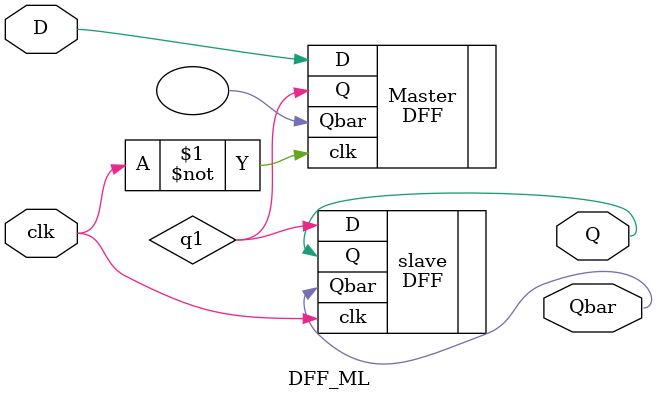
<source format=v>
module DFF_ML (
	input wire clk,
	input wire D,  
	output wire Q,
	output wire Qbar
);
wire q1; 
DFF Master(.D(D), .clk(~clk), .Q(q1), .Qbar());
DFF slave (.D(q1), .clk(clk), .Q(Q), .Qbar(Qbar));
endmodule 
</source>
